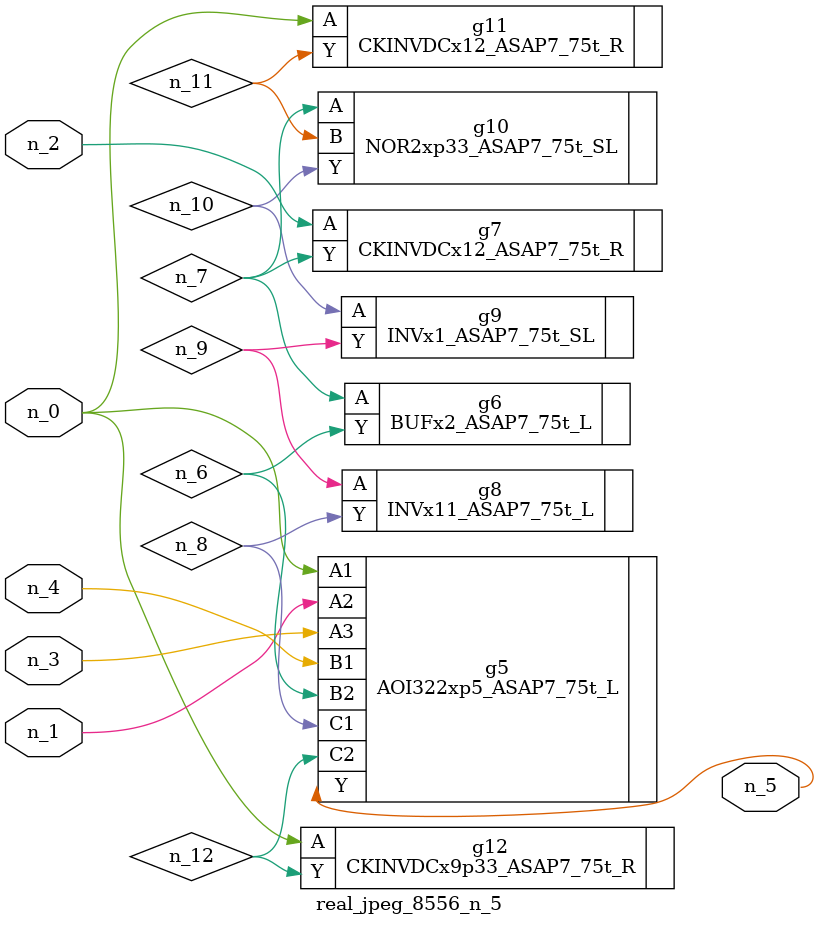
<source format=v>
module real_jpeg_8556_n_5 (n_4, n_0, n_1, n_2, n_3, n_5);

input n_4;
input n_0;
input n_1;
input n_2;
input n_3;

output n_5;

wire n_12;
wire n_8;
wire n_11;
wire n_6;
wire n_7;
wire n_10;
wire n_9;

AOI322xp5_ASAP7_75t_L g5 ( 
.A1(n_0),
.A2(n_1),
.A3(n_3),
.B1(n_4),
.B2(n_6),
.C1(n_8),
.C2(n_12),
.Y(n_5)
);

CKINVDCx12_ASAP7_75t_R g11 ( 
.A(n_0),
.Y(n_11)
);

CKINVDCx9p33_ASAP7_75t_R g12 ( 
.A(n_0),
.Y(n_12)
);

CKINVDCx12_ASAP7_75t_R g7 ( 
.A(n_2),
.Y(n_7)
);

BUFx2_ASAP7_75t_L g6 ( 
.A(n_7),
.Y(n_6)
);

NOR2xp33_ASAP7_75t_SL g10 ( 
.A(n_7),
.B(n_11),
.Y(n_10)
);

INVx11_ASAP7_75t_L g8 ( 
.A(n_9),
.Y(n_8)
);

INVx1_ASAP7_75t_SL g9 ( 
.A(n_10),
.Y(n_9)
);


endmodule
</source>
